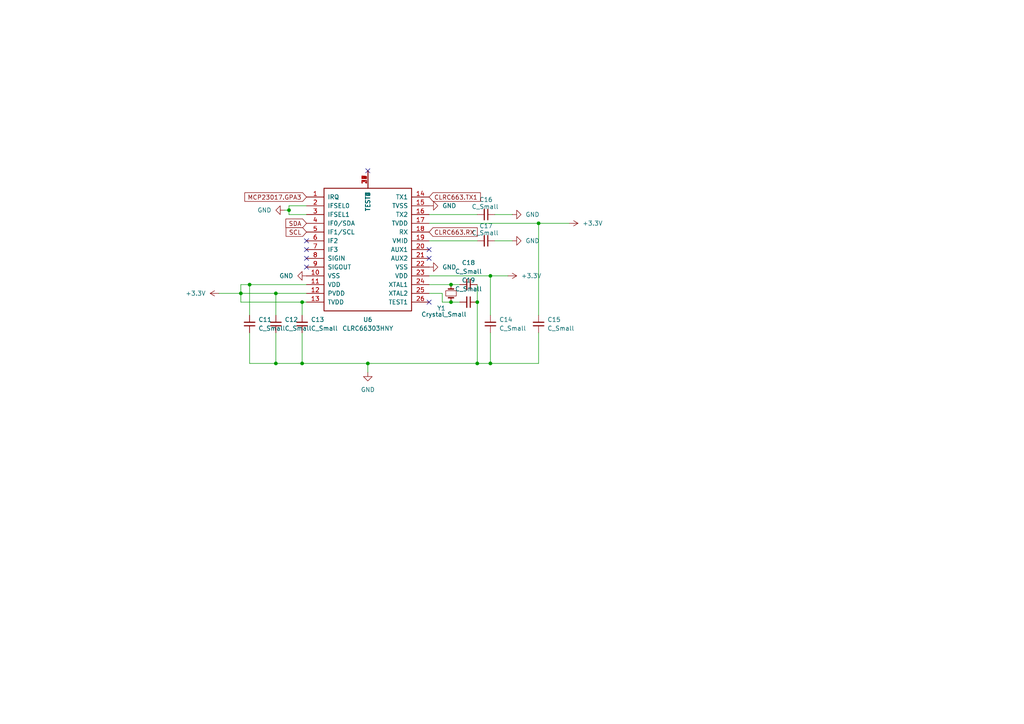
<source format=kicad_sch>
(kicad_sch (version 20250114) (generator "eeschema") (generator_version "9.0")
  (paper "A4")
  (lib_symbols
    (symbol "CLRC66303HNY:CLRC66303HNY" (pin_names (offset 1.016))
      (property "Reference" "U" (at 0 20.32 0))
      (property "Value" "CLRC66303HNY" (at 0 -20.32 0))
      (symbol "CLRC66303HNY_0_1"
        (rectangle (start -12.7 -17.78) (end 12.7 17.78) (stroke (width 0.254)))
        (pin output line (at -17.78 15.24 0) (length 5.08) (name "IRQ") (number "1"))
        (pin input line (at -17.78 12.7 0) (length 5.08) (name "IFSEL0") (number "2"))
        (pin input line (at -17.78 10.16 0) (length 5.08) (name "IFSEL1") (number "3"))
        (pin bidirectional line (at -17.78 7.62 0) (length 5.08) (name "IF0/SDA") (number "4"))
        (pin input line (at -17.78 5.08 0) (length 5.08) (name "IF1/SCL") (number "5"))
        (pin passive line (at -17.78 2.54 0) (length 5.08) (name "IF2") (number "6"))
        (pin passive line (at -17.78 0 0) (length 5.08) (name "IF3") (number "7"))
        (pin input line (at -17.78 -2.54 0) (length 5.08) (name "SIGIN") (number "8"))
        (pin output line (at -17.78 -5.08 0) (length 5.08) (name "SIGOUT") (number "9"))
        (pin power_in line (at -17.78 -7.62 0) (length 5.08) (name "VSS") (number "10"))
        (pin power_in line (at -17.78 -10.16 0) (length 5.08) (name "VDD") (number "11"))
        (pin power_in line (at -17.78 -12.7 0) (length 5.08) (name "PVDD") (number "12"))
        (pin power_in line (at -17.78 -15.24 0) (length 5.08) (name "TVDD") (number "13"))
        (pin passive line (at 0 22.86 270) (length 5.08) (name "TEST2") (number "27"))
        (pin passive line (at 0 22.86 270) (length 5.08) (name "TEST3") (number "28"))
        (pin passive line (at 0 22.86 270) (length 5.08) (name "TEST4") (number "29"))
        (pin passive line (at 0 22.86 270) (length 5.08) (name "TEST5") (number "30"))
        (pin passive line (at 0 22.86 270) (length 5.08) (name "TEST6") (number "31"))
        (pin passive line (at 0 22.86 270) (length 5.08) (name "TEST7") (number "32"))
        (pin output line (at 17.78 15.24 180) (length 5.08) (name "TX1") (number "14"))
        (pin power_in line (at 17.78 12.7 180) (length 5.08) (name "TVSS") (number "15"))
        (pin output line (at 17.78 10.16 180) (length 5.08) (name "TX2") (number "16"))
        (pin power_in line (at 17.78 7.62 180) (length 5.08) (name "TVDD") (number "17"))
        (pin input line (at 17.78 5.08 180) (length 5.08) (name "RX") (number "18"))
        (pin passive line (at 17.78 2.54 180) (length 5.08) (name "VMID") (number "19"))
        (pin output line (at 17.78 0 180) (length 5.08) (name "AUX1") (number "20"))
        (pin output line (at 17.78 -2.54 180) (length 5.08) (name "AUX2") (number "21"))
        (pin power_in line (at 17.78 -5.08 180) (length 5.08) (name "VSS") (number "22"))
        (pin power_in line (at 17.78 -7.62 180) (length 5.08) (name "VDD") (number "23"))
        (pin input line (at 17.78 -10.16 180) (length 5.08) (name "XTAL1") (number "24"))
        (pin output line (at 17.78 -12.7 180) (length 5.08) (name "XTAL2") (number "25"))
        (pin passive line (at 17.78 -15.24 180) (length 5.08) (name "TEST1") (number "26"))
      )
    )
    (symbol "Device:C_Small" (pin_numbers (hide yes)) (pin_names (offset 0.254) (hide yes))
      (property "Reference" "C" (at 0.254 1.778 0))
      (property "Value" "C_Small" (at 0.254 -2.032 0))
      (symbol "C_Small_0_1"
        (polyline (pts (xy -1.524 0.508) (xy 1.524 0.508)) (stroke (width 0.3048)))
        (polyline (pts (xy -1.524 -0.508) (xy 1.524 -0.508)) (stroke (width 0.3302)))
      )
      (symbol "C_Small_1_1"
        (pin passive line (at 0 2.54 270) (length 2.032) (name "~") (number "1"))
        (pin passive line (at 0 -2.54 90) (length 2.032) (name "~") (number "2"))
      )
    )
    (symbol "Device:Crystal_Small" (pin_numbers (hide yes)) (pin_names (offset 1.016) (hide yes))
      (property "Reference" "Y" (at 0 2.54 0))
      (property "Value" "Crystal_Small" (at 0 -2.54 0))
      (symbol "Crystal_Small_0_1"
        (polyline (pts (xy -1.27 -0.762) (xy -1.27 0.762)) (stroke (width 0.381)))
        (rectangle (start -0.762 -1.524) (end 0.762 1.524))
        (polyline (pts (xy 1.27 -0.762) (xy 1.27 0.762)) (stroke (width 0.381)))
      )
      (symbol "Crystal_Small_1_1"
        (pin passive line (at -2.54 0 0) (length 1.27) (name "1") (number "1"))
        (pin passive line (at 2.54 0 180) (length 1.27) (name "2") (number "2"))
      )
    )
    (symbol "power:+3.3V" (power) (pin_numbers (hide yes)) (pin_names (offset 0) (hide yes))
      (property "Value" "+3.3V" (at 0 3.556 0))
      (symbol "+3.3V_0_1"
        (polyline (pts (xy -0.762 1.27) (xy 0 2.54)))
        (polyline (pts (xy 0 2.54) (xy 0.762 1.27)))
        (polyline (pts (xy 0 0) (xy 0 2.54)))
      )
      (symbol "+3.3V_1_1"
        (pin power_in line (at 0 0 90) (length 0) (name "~") (number "1"))
      )
    )
    (symbol "power:GND" (power) (pin_numbers (hide yes)) (pin_names (offset 0) (hide yes))
      (property "Value" "GND" (at 0 -3.81 0))
      (symbol "GND_0_1"
        (polyline (pts (xy 0 0) (xy 0 -1.27) (xy 1.27 -1.27) (xy 0 -2.54) (xy -1.27 -1.27) (xy 0 -1.27)))
      )
      (symbol "GND_1_1"
        (pin power_in line (at 0 0 270) (length 0) (name "~") (number "1"))
      )
    )
  )
  (junction (at 87.63 87.63))
  (junction (at 106.68 105.41))
  (junction (at 83.82 60.96))
  (junction (at 87.63 105.41))
  (junction (at 130.81 87.63))
  (junction (at 156.21 64.77))
  (junction (at 69.85 85.09))
  (junction (at 72.39 82.55))
  (junction (at 142.24 80.01))
  (junction (at 130.81 82.55))
  (junction (at 142.24 105.41))
  (junction (at 80.01 105.41))
  (junction (at 138.43 87.63))
  (junction (at 138.43 105.41))
  (junction (at 80.01 85.09))
  (no_connect (at 88.9 72.39))
  (no_connect (at 88.9 69.85))
  (no_connect (at 88.9 77.47))
  (no_connect (at 88.9 74.93))
  (no_connect (at 124.46 74.93))
  (no_connect (at 124.46 72.39))
  (no_connect (at 124.46 87.63))
  (no_connect (at 106.68 49.53))
  (wire (pts (xy 87.63 105.41) (xy 106.68 105.41)))
  (wire (pts (xy 124.46 64.77) (xy 156.21 64.77)))
  (wire (pts (xy 130.81 82.55) (xy 133.35 82.55)))
  (wire (pts (xy 69.85 85.09) (xy 69.85 82.55)))
  (wire (pts (xy 142.24 80.01) (xy 147.32 80.01)))
  (wire (pts (xy 69.85 82.55) (xy 72.39 82.55)))
  (wire (pts (xy 87.63 96.52) (xy 87.63 105.41)))
  (wire (pts (xy 138.43 105.41) (xy 106.68 105.41)))
  (wire (pts (xy 80.01 96.52) (xy 80.01 105.41)))
  (wire (pts (xy 142.24 96.52) (xy 142.24 105.41)))
  (wire (pts (xy 69.85 87.63) (xy 69.85 85.09)))
  (wire (pts (xy 124.46 85.09) (xy 128.27 85.09)))
  (wire (pts (xy 156.21 64.77) (xy 165.1 64.77)))
  (wire (pts (xy 88.9 62.23) (xy 83.82 62.23)))
  (wire (pts (xy 106.68 105.41) (xy 106.68 107.95)))
  (wire (pts (xy 72.39 82.55) (xy 88.9 82.55)))
  (wire (pts (xy 87.63 91.44) (xy 87.63 87.63)))
  (wire (pts (xy 124.46 80.01) (xy 142.24 80.01)))
  (wire (pts (xy 156.21 96.52) (xy 156.21 105.41)))
  (wire (pts (xy 87.63 87.63) (xy 69.85 87.63)))
  (wire (pts (xy 142.24 105.41) (xy 156.21 105.41)))
  (wire (pts (xy 128.27 87.63) (xy 130.81 87.63)))
  (wire (pts (xy 82.55 60.96) (xy 83.82 60.96)))
  (wire (pts (xy 143.51 69.85) (xy 148.59 69.85)))
  (wire (pts (xy 83.82 59.69) (xy 88.9 59.69)))
  (wire (pts (xy 143.51 62.23) (xy 148.59 62.23)))
  (wire (pts (xy 142.24 105.41) (xy 138.43 105.41)))
  (wire (pts (xy 130.81 87.63) (xy 133.35 87.63)))
  (wire (pts (xy 80.01 85.09) (xy 88.9 85.09)))
  (wire (pts (xy 128.27 85.09) (xy 128.27 87.63)))
  (wire (pts (xy 87.63 87.63) (xy 88.9 87.63)))
  (wire (pts (xy 72.39 91.44) (xy 72.39 82.55)))
  (wire (pts (xy 138.43 82.55) (xy 138.43 87.63)))
  (wire (pts (xy 83.82 62.23) (xy 83.82 60.96)))
  (wire (pts (xy 124.46 82.55) (xy 130.81 82.55)))
  (wire (pts (xy 80.01 91.44) (xy 80.01 85.09)))
  (wire (pts (xy 72.39 96.52) (xy 72.39 105.41)))
  (wire (pts (xy 138.43 62.23) (xy 124.46 62.23)))
  (wire (pts (xy 72.39 105.41) (xy 80.01 105.41)))
  (wire (pts (xy 83.82 60.96) (xy 83.82 59.69)))
  (wire (pts (xy 63.5 85.09) (xy 69.85 85.09)))
  (wire (pts (xy 69.85 85.09) (xy 80.01 85.09)))
  (wire (pts (xy 138.43 69.85) (xy 124.46 69.85)))
  (wire (pts (xy 80.01 105.41) (xy 87.63 105.41)))
  (wire (pts (xy 156.21 64.77) (xy 156.21 91.44)))
  (wire (pts (xy 142.24 80.01) (xy 142.24 91.44)))
  (wire (pts (xy 138.43 87.63) (xy 138.43 105.41)))
  (global_label "SCL" (shape input) (at 88.9 67.31 180) (property "Intersheetrefs" "${INTERSHEET_REFS}" (effects (hide yes))))
  (global_label "MCP23017.GPA3" (shape input) (at 88.9 57.15 180) (property "Intersheetrefs" "${INTERSHEET_REFS}" (effects (hide yes))))
  (global_label "SDA" (shape input) (at 88.9 64.77 180) (property "Intersheetrefs" "${INTERSHEET_REFS}" (effects (hide yes))))
  (global_label "CLRC663.TX1" (shape input) (at 124.46 57.15 0) (property "Intersheetrefs" "${INTERSHEET_REFS}" (effects (hide yes))))
  (global_label "CLRC663.RX" (shape input) (at 124.46 67.31 0) (property "Intersheetrefs" "${INTERSHEET_REFS}" (effects (hide yes))))
  (symbol (lib_id "Device:C_Small") (at 156.21 93.98 180) (unit 1)
    (property "Reference" "C15" (at 158.75 92.7035 0) (effects (justify right)))
    (property "Value" "C_Small" (at 158.75 95.2435 0) (effects (justify right)))
    (property "Description" "Unpolarized capacitor, small symbol" (effects (hide yes)))
  )
  (symbol (lib_id "power:+3.3V") (at 165.1 64.77 270) (unit 1)
    (property "Reference" "#PWR039" (effects (hide yes)))
    (property "Value" "+3.3V" (at 168.91 64.7699 90) (effects (justify left)))
    (property "Description" "Power symbol creates a global label with name \"+3.3V\"" (effects (hide yes)))
  )
  (symbol (lib_id "Device:C_Small") (at 72.39 93.98 180) (unit 1)
    (property "Reference" "C11" (at 74.93 92.7035 0) (effects (justify right)))
    (property "Value" "C_Small" (at 74.93 95.2435 0) (effects (justify right)))
    (property "Description" "Unpolarized capacitor, small symbol" (effects (hide yes)))
  )
  (symbol (lib_id "Device:C_Small") (at 135.89 82.55 270) (unit 1)
    (property "Reference" "C18" (at 135.8836 76.2 90))
    (property "Value" "C_Small" (at 135.8836 78.74 90))
    (property "Description" "Unpolarized capacitor, small symbol" (effects (hide yes)))
  )
  (symbol (lib_id "power:GND") (at 82.55 60.96 270) (unit 1)
    (property "Reference" "#PWR037" (effects (hide yes)))
    (property "Value" "GND" (at 78.74 60.9599 90) (effects (justify right)))
    (property "Description" "Power symbol creates a global label with name \"GND\" , ground" (effects (hide yes)))
  )
  (symbol (lib_id "Device:Crystal_Small") (at 130.81 85.09 90) (unit 1)
    (property "Reference" "Y1" (at 126.746 89.408 90) (effects (justify right)))
    (property "Value" "Crystal_Small" (at 122.174 91.186 90) (effects (justify right)))
    (property "Description" "Two pin crystal, small symbol" (effects (hide yes)))
  )
  (symbol (lib_id "Device:C_Small") (at 80.01 93.98 180) (unit 1)
    (property "Reference" "C12" (at 82.55 92.7035 0) (effects (justify right)))
    (property "Value" "C_Small" (at 82.55 95.2435 0) (effects (justify right)))
    (property "Description" "Unpolarized capacitor, small symbol" (effects (hide yes)))
  )
  (symbol (lib_id "Device:C_Small") (at 142.24 93.98 180) (unit 1)
    (property "Reference" "C14" (at 144.78 92.7035 0) (effects (justify right)))
    (property "Value" "C_Small" (at 144.78 95.2435 0) (effects (justify right)))
    (property "Description" "Unpolarized capacitor, small symbol" (effects (hide yes)))
  )
  (symbol (lib_id "power:GND") (at 148.59 62.23 90) (unit 1)
    (property "Reference" "#PWR041" (effects (hide yes)))
    (property "Value" "GND" (at 152.4 62.2299 90) (effects (justify right)))
    (property "Description" "Power symbol creates a global label with name \"GND\" , ground" (effects (hide yes)))
  )
  (symbol (lib_id "power:GND") (at 124.46 77.47 90) (unit 1)
    (property "Reference" "#PWR035" (effects (hide yes)))
    (property "Value" "GND" (at 128.27 77.4699 90) (effects (justify right)))
    (property "Description" "Power symbol creates a global label with name \"GND\" , ground" (effects (hide yes)))
  )
  (symbol (lib_id "power:GND") (at 88.9 80.01 270) (unit 1)
    (property "Reference" "#PWR034" (effects (hide yes)))
    (property "Value" "GND" (at 85.09 80.0099 90) (effects (justify right)))
    (property "Description" "Power symbol creates a global label with name \"GND\" , ground" (effects (hide yes)))
  )
  (symbol (lib_id "Device:C_Small") (at 87.63 93.98 180) (unit 1)
    (property "Reference" "C13" (at 90.17 92.7035 0) (effects (justify right)))
    (property "Value" "C_Small" (at 90.17 95.2435 0) (effects (justify right)))
    (property "Description" "Unpolarized capacitor, small symbol" (effects (hide yes)))
  )
  (symbol (lib_id "Device:C_Small") (at 135.89 87.63 270) (unit 1)
    (property "Reference" "C19" (at 135.8836 81.28 90))
    (property "Value" "C_Small" (at 135.8836 83.82 90))
    (property "Description" "Unpolarized capacitor, small symbol" (effects (hide yes)))
  )
  (symbol (lib_id "CLRC66303HNY:CLRC66303HNY") (at 106.68 72.39 0) (unit 1)
    (property "Reference" "U6" (at 106.68 92.71 0))
    (property "Value" "CLRC66303HNY" (at 106.68 95.25 0))
    (property "Footprint" "Package_QFN:HVQFN32_5x5mm_P0.5mm" (effects (hide yes)))
    (property "Datasheet" "https://www.nxp.com/docs/en/data-sheet/CLRC663.pdf" (effects (hide yes)))
  )
  (symbol (lib_id "power:GND") (at 106.68 107.95 0) (unit 1)
    (property "Reference" "#PWR027" (effects (hide yes)))
    (property "Value" "GND" (at 106.68 113.03 0))
    (property "Description" "Power symbol creates a global label with name \"GND\" , ground" (effects (hide yes)))
  )
  (symbol (lib_id "power:GND") (at 124.46 59.69 90) (unit 1)
    (property "Reference" "#PWR036" (effects (hide yes)))
    (property "Value" "GND" (at 128.27 59.6899 90) (effects (justify right)))
    (property "Description" "Power symbol creates a global label with name \"GND\" , ground" (effects (hide yes)))
  )
  (symbol (lib_id "Device:C_Small") (at 140.97 69.85 270) (unit 1)
    (property "Reference" "C17" (at 140.97 65.532 90))
    (property "Value" "C_Small" (at 140.716 67.564 90))
    (property "Description" "Unpolarized capacitor, small symbol" (effects (hide yes)))
  )
  (symbol (lib_id "Device:C_Small") (at 140.97 62.23 270) (unit 1)
    (property "Reference" "C16" (at 140.97 57.912 90))
    (property "Value" "C_Small" (at 140.716 59.944 90))
    (property "Description" "Unpolarized capacitor, small symbol" (effects (hide yes)))
  )
  (symbol (lib_id "power:GND") (at 148.59 69.85 90) (unit 1)
    (property "Reference" "#PWR042" (effects (hide yes)))
    (property "Value" "GND" (at 152.4 69.8499 90) (effects (justify right)))
    (property "Description" "Power symbol creates a global label with name \"GND\" , ground" (effects (hide yes)))
  )
  (symbol (lib_id "power:+3.3V") (at 147.32 80.01 270) (unit 1)
    (property "Reference" "#PWR040" (effects (hide yes)))
    (property "Value" "+3.3V" (at 151.13 80.0099 90) (effects (justify left)))
    (property "Description" "Power symbol creates a global label with name \"+3.3V\"" (effects (hide yes)))
  )
  (symbol (lib_id "power:+3.3V") (at 63.5 85.09 90) (unit 1)
    (property "Reference" "#PWR038" (effects (hide yes)))
    (property "Value" "+3.3V" (at 59.69 85.0899 90) (effects (justify left)))
    (property "Description" "Power symbol creates a global label with name \"+3.3V\"" (effects (hide yes)))
  )
)
</source>
